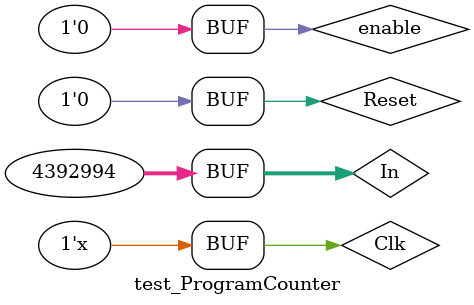
<source format=v>
`timescale 1ns / 1ps


module test_ProgramCounter;

    // Inputs
	reg Clk;
    reg Reset;
    reg enable;
    reg [31:0] In; 
	// Outputs
	wire [31:0] Out;

	// Instantiate the Unit Under Test (UUT)
	ProgramCounter uut (
		.Clk(Clk), 
        .Reset(Reset), 
        .enable(enable),
        .In(In), 
        .Out(Out)
	);
    
    initial begin
        // Initialize Inputs
        Clk = 1;
        Reset = 1;
        enable = 0;
        In = 32'h00430820; // add r1 r2 r3;
        #20; 
        Reset = 0;
        enable = 0;
        In = 32'h00430820; // add r1 r2 r3;
        #20; 
        Reset = 0;
        enable = 1;
        In = 32'h00430820; // add r1 r2 r3;
        #20; 
        Reset = 0;
        enable = 0;
        In = 32'h00430822; // sub r1 r2 r3
    end
    
   always begin //clock de la placa 50Mhz
        #10 Clk=~Clk;
    end   


endmodule

</source>
